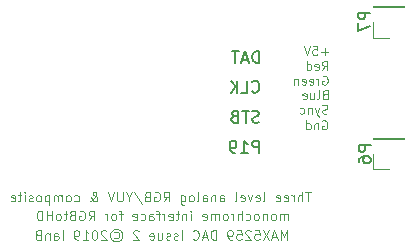
<source format=gbo>
G04 #@! TF.GenerationSoftware,KiCad,Pcbnew,(5.1.4)-1*
G04 #@! TF.CreationDate,2019-12-07T17:35:06+00:00*
G04 #@! TF.ProjectId,analog,616e616c-6f67-42e6-9b69-6361645f7063,rev?*
G04 #@! TF.SameCoordinates,Original*
G04 #@! TF.FileFunction,Legend,Bot*
G04 #@! TF.FilePolarity,Positive*
%FSLAX46Y46*%
G04 Gerber Fmt 4.6, Leading zero omitted, Abs format (unit mm)*
G04 Created by KiCad (PCBNEW (5.1.4)-1) date 2019-12-07 17:35:06*
%MOMM*%
%LPD*%
G04 APERTURE LIST*
%ADD10C,0.100000*%
%ADD11C,0.120000*%
%ADD12C,0.150000*%
G04 APERTURE END LIST*
D10*
X70909085Y-37681131D02*
X70337657Y-37681131D01*
X70623371Y-37966845D02*
X70623371Y-37395417D01*
X69623371Y-37216845D02*
X69980514Y-37216845D01*
X70016228Y-37573988D01*
X69980514Y-37538274D01*
X69909085Y-37502560D01*
X69730514Y-37502560D01*
X69659085Y-37538274D01*
X69623371Y-37573988D01*
X69587657Y-37645417D01*
X69587657Y-37823988D01*
X69623371Y-37895417D01*
X69659085Y-37931131D01*
X69730514Y-37966845D01*
X69909085Y-37966845D01*
X69980514Y-37931131D01*
X70016228Y-37895417D01*
X69373371Y-37216845D02*
X69123371Y-37966845D01*
X68873371Y-37216845D01*
D11*
X67530471Y-51946764D02*
X67530471Y-51413431D01*
X67530471Y-51489621D02*
X67492376Y-51451526D01*
X67416185Y-51413431D01*
X67301900Y-51413431D01*
X67225709Y-51451526D01*
X67187614Y-51527717D01*
X67187614Y-51946764D01*
X67187614Y-51527717D02*
X67149519Y-51451526D01*
X67073328Y-51413431D01*
X66959042Y-51413431D01*
X66882852Y-51451526D01*
X66844757Y-51527717D01*
X66844757Y-51946764D01*
X66349519Y-51946764D02*
X66425709Y-51908669D01*
X66463804Y-51870574D01*
X66501900Y-51794383D01*
X66501900Y-51565812D01*
X66463804Y-51489621D01*
X66425709Y-51451526D01*
X66349519Y-51413431D01*
X66235233Y-51413431D01*
X66159042Y-51451526D01*
X66120947Y-51489621D01*
X66082852Y-51565812D01*
X66082852Y-51794383D01*
X66120947Y-51870574D01*
X66159042Y-51908669D01*
X66235233Y-51946764D01*
X66349519Y-51946764D01*
X65739995Y-51413431D02*
X65739995Y-51946764D01*
X65739995Y-51489621D02*
X65701900Y-51451526D01*
X65625709Y-51413431D01*
X65511423Y-51413431D01*
X65435233Y-51451526D01*
X65397138Y-51527717D01*
X65397138Y-51946764D01*
X64901900Y-51946764D02*
X64978090Y-51908669D01*
X65016185Y-51870574D01*
X65054280Y-51794383D01*
X65054280Y-51565812D01*
X65016185Y-51489621D01*
X64978090Y-51451526D01*
X64901900Y-51413431D01*
X64787614Y-51413431D01*
X64711423Y-51451526D01*
X64673328Y-51489621D01*
X64635233Y-51565812D01*
X64635233Y-51794383D01*
X64673328Y-51870574D01*
X64711423Y-51908669D01*
X64787614Y-51946764D01*
X64901900Y-51946764D01*
X63949519Y-51908669D02*
X64025709Y-51946764D01*
X64178090Y-51946764D01*
X64254280Y-51908669D01*
X64292376Y-51870574D01*
X64330471Y-51794383D01*
X64330471Y-51565812D01*
X64292376Y-51489621D01*
X64254280Y-51451526D01*
X64178090Y-51413431D01*
X64025709Y-51413431D01*
X63949519Y-51451526D01*
X63606661Y-51946764D02*
X63606661Y-51146764D01*
X63263804Y-51946764D02*
X63263804Y-51527717D01*
X63301900Y-51451526D01*
X63378090Y-51413431D01*
X63492376Y-51413431D01*
X63568566Y-51451526D01*
X63606661Y-51489621D01*
X62882852Y-51946764D02*
X62882852Y-51413431D01*
X62882852Y-51565812D02*
X62844757Y-51489621D01*
X62806661Y-51451526D01*
X62730471Y-51413431D01*
X62654280Y-51413431D01*
X62273328Y-51946764D02*
X62349519Y-51908669D01*
X62387614Y-51870574D01*
X62425709Y-51794383D01*
X62425709Y-51565812D01*
X62387614Y-51489621D01*
X62349519Y-51451526D01*
X62273328Y-51413431D01*
X62159042Y-51413431D01*
X62082852Y-51451526D01*
X62044757Y-51489621D01*
X62006661Y-51565812D01*
X62006661Y-51794383D01*
X62044757Y-51870574D01*
X62082852Y-51908669D01*
X62159042Y-51946764D01*
X62273328Y-51946764D01*
X61663804Y-51946764D02*
X61663804Y-51413431D01*
X61663804Y-51489621D02*
X61625709Y-51451526D01*
X61549519Y-51413431D01*
X61435233Y-51413431D01*
X61359042Y-51451526D01*
X61320947Y-51527717D01*
X61320947Y-51946764D01*
X61320947Y-51527717D02*
X61282852Y-51451526D01*
X61206661Y-51413431D01*
X61092376Y-51413431D01*
X61016185Y-51451526D01*
X60978090Y-51527717D01*
X60978090Y-51946764D01*
X60292376Y-51908669D02*
X60368566Y-51946764D01*
X60520947Y-51946764D01*
X60597138Y-51908669D01*
X60635233Y-51832479D01*
X60635233Y-51527717D01*
X60597138Y-51451526D01*
X60520947Y-51413431D01*
X60368566Y-51413431D01*
X60292376Y-51451526D01*
X60254280Y-51527717D01*
X60254280Y-51603907D01*
X60635233Y-51680098D01*
X59301900Y-51946764D02*
X59301900Y-51413431D01*
X59301900Y-51146764D02*
X59339995Y-51184860D01*
X59301900Y-51222955D01*
X59263804Y-51184860D01*
X59301900Y-51146764D01*
X59301900Y-51222955D01*
X58920947Y-51413431D02*
X58920947Y-51946764D01*
X58920947Y-51489621D02*
X58882852Y-51451526D01*
X58806661Y-51413431D01*
X58692376Y-51413431D01*
X58616185Y-51451526D01*
X58578090Y-51527717D01*
X58578090Y-51946764D01*
X58311423Y-51413431D02*
X58006661Y-51413431D01*
X58197138Y-51146764D02*
X58197138Y-51832479D01*
X58159042Y-51908669D01*
X58082852Y-51946764D01*
X58006661Y-51946764D01*
X57435233Y-51908669D02*
X57511423Y-51946764D01*
X57663804Y-51946764D01*
X57739995Y-51908669D01*
X57778090Y-51832479D01*
X57778090Y-51527717D01*
X57739995Y-51451526D01*
X57663804Y-51413431D01*
X57511423Y-51413431D01*
X57435233Y-51451526D01*
X57397138Y-51527717D01*
X57397138Y-51603907D01*
X57778090Y-51680098D01*
X57054280Y-51946764D02*
X57054280Y-51413431D01*
X57054280Y-51565812D02*
X57016185Y-51489621D01*
X56978090Y-51451526D01*
X56901900Y-51413431D01*
X56825709Y-51413431D01*
X56673328Y-51413431D02*
X56368566Y-51413431D01*
X56559042Y-51946764D02*
X56559042Y-51261050D01*
X56520947Y-51184860D01*
X56444757Y-51146764D01*
X56368566Y-51146764D01*
X55759042Y-51946764D02*
X55759042Y-51527717D01*
X55797138Y-51451526D01*
X55873328Y-51413431D01*
X56025709Y-51413431D01*
X56101900Y-51451526D01*
X55759042Y-51908669D02*
X55835233Y-51946764D01*
X56025709Y-51946764D01*
X56101900Y-51908669D01*
X56139995Y-51832479D01*
X56139995Y-51756288D01*
X56101900Y-51680098D01*
X56025709Y-51642002D01*
X55835233Y-51642002D01*
X55759042Y-51603907D01*
X55035233Y-51908669D02*
X55111423Y-51946764D01*
X55263804Y-51946764D01*
X55339995Y-51908669D01*
X55378090Y-51870574D01*
X55416185Y-51794383D01*
X55416185Y-51565812D01*
X55378090Y-51489621D01*
X55339995Y-51451526D01*
X55263804Y-51413431D01*
X55111423Y-51413431D01*
X55035233Y-51451526D01*
X54387614Y-51908669D02*
X54463804Y-51946764D01*
X54616185Y-51946764D01*
X54692376Y-51908669D01*
X54730471Y-51832479D01*
X54730471Y-51527717D01*
X54692376Y-51451526D01*
X54616185Y-51413431D01*
X54463804Y-51413431D01*
X54387614Y-51451526D01*
X54349519Y-51527717D01*
X54349519Y-51603907D01*
X54730471Y-51680098D01*
X53511423Y-51413431D02*
X53206661Y-51413431D01*
X53397138Y-51946764D02*
X53397138Y-51261050D01*
X53359042Y-51184860D01*
X53282852Y-51146764D01*
X53206661Y-51146764D01*
X52825709Y-51946764D02*
X52901900Y-51908669D01*
X52939995Y-51870574D01*
X52978090Y-51794383D01*
X52978090Y-51565812D01*
X52939995Y-51489621D01*
X52901900Y-51451526D01*
X52825709Y-51413431D01*
X52711423Y-51413431D01*
X52635233Y-51451526D01*
X52597138Y-51489621D01*
X52559042Y-51565812D01*
X52559042Y-51794383D01*
X52597138Y-51870574D01*
X52635233Y-51908669D01*
X52711423Y-51946764D01*
X52825709Y-51946764D01*
X52216185Y-51946764D02*
X52216185Y-51413431D01*
X52216185Y-51565812D02*
X52178090Y-51489621D01*
X52139995Y-51451526D01*
X52063804Y-51413431D01*
X51987614Y-51413431D01*
X50654280Y-51946764D02*
X50920947Y-51565812D01*
X51111423Y-51946764D02*
X51111423Y-51146764D01*
X50806661Y-51146764D01*
X50730471Y-51184860D01*
X50692376Y-51222955D01*
X50654280Y-51299145D01*
X50654280Y-51413431D01*
X50692376Y-51489621D01*
X50730471Y-51527717D01*
X50806661Y-51565812D01*
X51111423Y-51565812D01*
X49892376Y-51184860D02*
X49968566Y-51146764D01*
X50082852Y-51146764D01*
X50197138Y-51184860D01*
X50273328Y-51261050D01*
X50311423Y-51337240D01*
X50349519Y-51489621D01*
X50349519Y-51603907D01*
X50311423Y-51756288D01*
X50273328Y-51832479D01*
X50197138Y-51908669D01*
X50082852Y-51946764D01*
X50006661Y-51946764D01*
X49892376Y-51908669D01*
X49854280Y-51870574D01*
X49854280Y-51603907D01*
X50006661Y-51603907D01*
X49244757Y-51527717D02*
X49130471Y-51565812D01*
X49092376Y-51603907D01*
X49054280Y-51680098D01*
X49054280Y-51794383D01*
X49092376Y-51870574D01*
X49130471Y-51908669D01*
X49206661Y-51946764D01*
X49511423Y-51946764D01*
X49511423Y-51146764D01*
X49244757Y-51146764D01*
X49168566Y-51184860D01*
X49130471Y-51222955D01*
X49092376Y-51299145D01*
X49092376Y-51375336D01*
X49130471Y-51451526D01*
X49168566Y-51489621D01*
X49244757Y-51527717D01*
X49511423Y-51527717D01*
X48825709Y-51413431D02*
X48520947Y-51413431D01*
X48711423Y-51146764D02*
X48711423Y-51832479D01*
X48673328Y-51908669D01*
X48597138Y-51946764D01*
X48520947Y-51946764D01*
X48139995Y-51946764D02*
X48216185Y-51908669D01*
X48254280Y-51870574D01*
X48292376Y-51794383D01*
X48292376Y-51565812D01*
X48254280Y-51489621D01*
X48216185Y-51451526D01*
X48139995Y-51413431D01*
X48025709Y-51413431D01*
X47949519Y-51451526D01*
X47911423Y-51489621D01*
X47873328Y-51565812D01*
X47873328Y-51794383D01*
X47911423Y-51870574D01*
X47949519Y-51908669D01*
X48025709Y-51946764D01*
X48139995Y-51946764D01*
X47530471Y-51946764D02*
X47530471Y-51146764D01*
X47530471Y-51527717D02*
X47073328Y-51527717D01*
X47073328Y-51946764D02*
X47073328Y-51146764D01*
X46692376Y-51946764D02*
X46692376Y-51146764D01*
X46501900Y-51146764D01*
X46387614Y-51184860D01*
X46311423Y-51261050D01*
X46273328Y-51337240D01*
X46235233Y-51489621D01*
X46235233Y-51603907D01*
X46273328Y-51756288D01*
X46311423Y-51832479D01*
X46387614Y-51908669D01*
X46501900Y-51946764D01*
X46692376Y-51946764D01*
X69441557Y-49571964D02*
X68984414Y-49571964D01*
X69212985Y-50371964D02*
X69212985Y-49571964D01*
X68717747Y-50371964D02*
X68717747Y-49571964D01*
X68374890Y-50371964D02*
X68374890Y-49952917D01*
X68412985Y-49876726D01*
X68489176Y-49838631D01*
X68603461Y-49838631D01*
X68679652Y-49876726D01*
X68717747Y-49914821D01*
X67993938Y-50371964D02*
X67993938Y-49838631D01*
X67993938Y-49991012D02*
X67955842Y-49914821D01*
X67917747Y-49876726D01*
X67841557Y-49838631D01*
X67765366Y-49838631D01*
X67193938Y-50333869D02*
X67270128Y-50371964D01*
X67422509Y-50371964D01*
X67498700Y-50333869D01*
X67536795Y-50257679D01*
X67536795Y-49952917D01*
X67498700Y-49876726D01*
X67422509Y-49838631D01*
X67270128Y-49838631D01*
X67193938Y-49876726D01*
X67155842Y-49952917D01*
X67155842Y-50029107D01*
X67536795Y-50105298D01*
X66508223Y-50333869D02*
X66584414Y-50371964D01*
X66736795Y-50371964D01*
X66812985Y-50333869D01*
X66851080Y-50257679D01*
X66851080Y-49952917D01*
X66812985Y-49876726D01*
X66736795Y-49838631D01*
X66584414Y-49838631D01*
X66508223Y-49876726D01*
X66470128Y-49952917D01*
X66470128Y-50029107D01*
X66851080Y-50105298D01*
X65403461Y-50371964D02*
X65479652Y-50333869D01*
X65517747Y-50257679D01*
X65517747Y-49571964D01*
X64793938Y-50333869D02*
X64870128Y-50371964D01*
X65022509Y-50371964D01*
X65098700Y-50333869D01*
X65136795Y-50257679D01*
X65136795Y-49952917D01*
X65098700Y-49876726D01*
X65022509Y-49838631D01*
X64870128Y-49838631D01*
X64793938Y-49876726D01*
X64755842Y-49952917D01*
X64755842Y-50029107D01*
X65136795Y-50105298D01*
X64489176Y-49838631D02*
X64298700Y-50371964D01*
X64108223Y-49838631D01*
X63498700Y-50333869D02*
X63574890Y-50371964D01*
X63727271Y-50371964D01*
X63803461Y-50333869D01*
X63841557Y-50257679D01*
X63841557Y-49952917D01*
X63803461Y-49876726D01*
X63727271Y-49838631D01*
X63574890Y-49838631D01*
X63498700Y-49876726D01*
X63460604Y-49952917D01*
X63460604Y-50029107D01*
X63841557Y-50105298D01*
X63003461Y-50371964D02*
X63079652Y-50333869D01*
X63117747Y-50257679D01*
X63117747Y-49571964D01*
X61746319Y-50371964D02*
X61746319Y-49952917D01*
X61784414Y-49876726D01*
X61860604Y-49838631D01*
X62012985Y-49838631D01*
X62089176Y-49876726D01*
X61746319Y-50333869D02*
X61822509Y-50371964D01*
X62012985Y-50371964D01*
X62089176Y-50333869D01*
X62127271Y-50257679D01*
X62127271Y-50181488D01*
X62089176Y-50105298D01*
X62012985Y-50067202D01*
X61822509Y-50067202D01*
X61746319Y-50029107D01*
X61365366Y-49838631D02*
X61365366Y-50371964D01*
X61365366Y-49914821D02*
X61327271Y-49876726D01*
X61251080Y-49838631D01*
X61136795Y-49838631D01*
X61060604Y-49876726D01*
X61022509Y-49952917D01*
X61022509Y-50371964D01*
X60298700Y-50371964D02*
X60298700Y-49952917D01*
X60336795Y-49876726D01*
X60412985Y-49838631D01*
X60565366Y-49838631D01*
X60641557Y-49876726D01*
X60298700Y-50333869D02*
X60374890Y-50371964D01*
X60565366Y-50371964D01*
X60641557Y-50333869D01*
X60679652Y-50257679D01*
X60679652Y-50181488D01*
X60641557Y-50105298D01*
X60565366Y-50067202D01*
X60374890Y-50067202D01*
X60298700Y-50029107D01*
X59803461Y-50371964D02*
X59879652Y-50333869D01*
X59917747Y-50257679D01*
X59917747Y-49571964D01*
X59384414Y-50371964D02*
X59460604Y-50333869D01*
X59498700Y-50295774D01*
X59536795Y-50219583D01*
X59536795Y-49991012D01*
X59498700Y-49914821D01*
X59460604Y-49876726D01*
X59384414Y-49838631D01*
X59270128Y-49838631D01*
X59193938Y-49876726D01*
X59155842Y-49914821D01*
X59117747Y-49991012D01*
X59117747Y-50219583D01*
X59155842Y-50295774D01*
X59193938Y-50333869D01*
X59270128Y-50371964D01*
X59384414Y-50371964D01*
X58432033Y-49838631D02*
X58432033Y-50486250D01*
X58470128Y-50562440D01*
X58508223Y-50600536D01*
X58584414Y-50638631D01*
X58698700Y-50638631D01*
X58774890Y-50600536D01*
X58432033Y-50333869D02*
X58508223Y-50371964D01*
X58660604Y-50371964D01*
X58736795Y-50333869D01*
X58774890Y-50295774D01*
X58812985Y-50219583D01*
X58812985Y-49991012D01*
X58774890Y-49914821D01*
X58736795Y-49876726D01*
X58660604Y-49838631D01*
X58508223Y-49838631D01*
X58432033Y-49876726D01*
X56984414Y-50371964D02*
X57251080Y-49991012D01*
X57441557Y-50371964D02*
X57441557Y-49571964D01*
X57136795Y-49571964D01*
X57060604Y-49610060D01*
X57022509Y-49648155D01*
X56984414Y-49724345D01*
X56984414Y-49838631D01*
X57022509Y-49914821D01*
X57060604Y-49952917D01*
X57136795Y-49991012D01*
X57441557Y-49991012D01*
X56222509Y-49610060D02*
X56298700Y-49571964D01*
X56412985Y-49571964D01*
X56527271Y-49610060D01*
X56603461Y-49686250D01*
X56641557Y-49762440D01*
X56679652Y-49914821D01*
X56679652Y-50029107D01*
X56641557Y-50181488D01*
X56603461Y-50257679D01*
X56527271Y-50333869D01*
X56412985Y-50371964D01*
X56336795Y-50371964D01*
X56222509Y-50333869D01*
X56184414Y-50295774D01*
X56184414Y-50029107D01*
X56336795Y-50029107D01*
X55574890Y-49952917D02*
X55460604Y-49991012D01*
X55422509Y-50029107D01*
X55384414Y-50105298D01*
X55384414Y-50219583D01*
X55422509Y-50295774D01*
X55460604Y-50333869D01*
X55536795Y-50371964D01*
X55841557Y-50371964D01*
X55841557Y-49571964D01*
X55574890Y-49571964D01*
X55498700Y-49610060D01*
X55460604Y-49648155D01*
X55422509Y-49724345D01*
X55422509Y-49800536D01*
X55460604Y-49876726D01*
X55498700Y-49914821D01*
X55574890Y-49952917D01*
X55841557Y-49952917D01*
X54470128Y-49533869D02*
X55155842Y-50562440D01*
X54051080Y-49991012D02*
X54051080Y-50371964D01*
X54317747Y-49571964D02*
X54051080Y-49991012D01*
X53784414Y-49571964D01*
X53517747Y-49571964D02*
X53517747Y-50219583D01*
X53479652Y-50295774D01*
X53441557Y-50333869D01*
X53365366Y-50371964D01*
X53212985Y-50371964D01*
X53136795Y-50333869D01*
X53098700Y-50295774D01*
X53060604Y-50219583D01*
X53060604Y-49571964D01*
X52793938Y-49571964D02*
X52527271Y-50371964D01*
X52260604Y-49571964D01*
X50736795Y-50371964D02*
X50774890Y-50371964D01*
X50851080Y-50333869D01*
X50965366Y-50219583D01*
X51155842Y-49991012D01*
X51232033Y-49876726D01*
X51270128Y-49762440D01*
X51270128Y-49686250D01*
X51232033Y-49610060D01*
X51155842Y-49571964D01*
X51117747Y-49571964D01*
X51041557Y-49610060D01*
X51003461Y-49686250D01*
X51003461Y-49724345D01*
X51041557Y-49800536D01*
X51079652Y-49838631D01*
X51308223Y-49991012D01*
X51346319Y-50029107D01*
X51384414Y-50105298D01*
X51384414Y-50219583D01*
X51346319Y-50295774D01*
X51308223Y-50333869D01*
X51232033Y-50371964D01*
X51117747Y-50371964D01*
X51041557Y-50333869D01*
X51003461Y-50295774D01*
X50889176Y-50143393D01*
X50851080Y-50029107D01*
X50851080Y-49952917D01*
X49441557Y-50333869D02*
X49517747Y-50371964D01*
X49670128Y-50371964D01*
X49746319Y-50333869D01*
X49784414Y-50295774D01*
X49822509Y-50219583D01*
X49822509Y-49991012D01*
X49784414Y-49914821D01*
X49746319Y-49876726D01*
X49670128Y-49838631D01*
X49517747Y-49838631D01*
X49441557Y-49876726D01*
X48984414Y-50371964D02*
X49060604Y-50333869D01*
X49098700Y-50295774D01*
X49136795Y-50219583D01*
X49136795Y-49991012D01*
X49098700Y-49914821D01*
X49060604Y-49876726D01*
X48984414Y-49838631D01*
X48870128Y-49838631D01*
X48793938Y-49876726D01*
X48755842Y-49914821D01*
X48717747Y-49991012D01*
X48717747Y-50219583D01*
X48755842Y-50295774D01*
X48793938Y-50333869D01*
X48870128Y-50371964D01*
X48984414Y-50371964D01*
X48374890Y-50371964D02*
X48374890Y-49838631D01*
X48374890Y-49914821D02*
X48336795Y-49876726D01*
X48260604Y-49838631D01*
X48146319Y-49838631D01*
X48070128Y-49876726D01*
X48032033Y-49952917D01*
X48032033Y-50371964D01*
X48032033Y-49952917D02*
X47993938Y-49876726D01*
X47917747Y-49838631D01*
X47803461Y-49838631D01*
X47727271Y-49876726D01*
X47689176Y-49952917D01*
X47689176Y-50371964D01*
X47308223Y-49838631D02*
X47308223Y-50638631D01*
X47308223Y-49876726D02*
X47232033Y-49838631D01*
X47079652Y-49838631D01*
X47003461Y-49876726D01*
X46965366Y-49914821D01*
X46927271Y-49991012D01*
X46927271Y-50219583D01*
X46965366Y-50295774D01*
X47003461Y-50333869D01*
X47079652Y-50371964D01*
X47232033Y-50371964D01*
X47308223Y-50333869D01*
X46470128Y-50371964D02*
X46546319Y-50333869D01*
X46584414Y-50295774D01*
X46622509Y-50219583D01*
X46622509Y-49991012D01*
X46584414Y-49914821D01*
X46546319Y-49876726D01*
X46470128Y-49838631D01*
X46355842Y-49838631D01*
X46279652Y-49876726D01*
X46241557Y-49914821D01*
X46203461Y-49991012D01*
X46203461Y-50219583D01*
X46241557Y-50295774D01*
X46279652Y-50333869D01*
X46355842Y-50371964D01*
X46470128Y-50371964D01*
X45898700Y-50333869D02*
X45822509Y-50371964D01*
X45670128Y-50371964D01*
X45593938Y-50333869D01*
X45555842Y-50257679D01*
X45555842Y-50219583D01*
X45593938Y-50143393D01*
X45670128Y-50105298D01*
X45784414Y-50105298D01*
X45860604Y-50067202D01*
X45898700Y-49991012D01*
X45898700Y-49952917D01*
X45860604Y-49876726D01*
X45784414Y-49838631D01*
X45670128Y-49838631D01*
X45593938Y-49876726D01*
X45212985Y-50371964D02*
X45212985Y-49838631D01*
X45212985Y-49571964D02*
X45251080Y-49610060D01*
X45212985Y-49648155D01*
X45174890Y-49610060D01*
X45212985Y-49571964D01*
X45212985Y-49648155D01*
X44946319Y-49838631D02*
X44641557Y-49838631D01*
X44832033Y-49571964D02*
X44832033Y-50257679D01*
X44793938Y-50333869D01*
X44717747Y-50371964D01*
X44641557Y-50371964D01*
X44070128Y-50333869D02*
X44146319Y-50371964D01*
X44298700Y-50371964D01*
X44374890Y-50333869D01*
X44412985Y-50257679D01*
X44412985Y-49952917D01*
X44374890Y-49876726D01*
X44298700Y-49838631D01*
X44146319Y-49838631D01*
X44070128Y-49876726D01*
X44032033Y-49952917D01*
X44032033Y-50029107D01*
X44412985Y-50105298D01*
D12*
X65063085Y-46233340D02*
X65063085Y-45233340D01*
X64682133Y-45233340D01*
X64586895Y-45280960D01*
X64539276Y-45328579D01*
X64491657Y-45423817D01*
X64491657Y-45566674D01*
X64539276Y-45661912D01*
X64586895Y-45709531D01*
X64682133Y-45757150D01*
X65063085Y-45757150D01*
X63539276Y-46233340D02*
X64110704Y-46233340D01*
X63824990Y-46233340D02*
X63824990Y-45233340D01*
X63920228Y-45376198D01*
X64015466Y-45471436D01*
X64110704Y-45519055D01*
X63063085Y-46233340D02*
X62872609Y-46233340D01*
X62777371Y-46185721D01*
X62729752Y-46138102D01*
X62634514Y-45995245D01*
X62586895Y-45804769D01*
X62586895Y-45423817D01*
X62634514Y-45328579D01*
X62682133Y-45280960D01*
X62777371Y-45233340D01*
X62967847Y-45233340D01*
X63063085Y-45280960D01*
X63110704Y-45328579D01*
X63158323Y-45423817D01*
X63158323Y-45661912D01*
X63110704Y-45757150D01*
X63063085Y-45804769D01*
X62967847Y-45852388D01*
X62777371Y-45852388D01*
X62682133Y-45804769D01*
X62634514Y-45757150D01*
X62586895Y-45661912D01*
D11*
X67441571Y-53597764D02*
X67441571Y-52797764D01*
X67174904Y-53369193D01*
X66908238Y-52797764D01*
X66908238Y-53597764D01*
X66565380Y-53369193D02*
X66184428Y-53369193D01*
X66641571Y-53597764D02*
X66374904Y-52797764D01*
X66108238Y-53597764D01*
X65917761Y-52797764D02*
X65384428Y-53597764D01*
X65384428Y-52797764D02*
X65917761Y-53597764D01*
X64698714Y-52797764D02*
X65079666Y-52797764D01*
X65117761Y-53178717D01*
X65079666Y-53140621D01*
X65003476Y-53102526D01*
X64813000Y-53102526D01*
X64736809Y-53140621D01*
X64698714Y-53178717D01*
X64660619Y-53254907D01*
X64660619Y-53445383D01*
X64698714Y-53521574D01*
X64736809Y-53559669D01*
X64813000Y-53597764D01*
X65003476Y-53597764D01*
X65079666Y-53559669D01*
X65117761Y-53521574D01*
X64355857Y-52873955D02*
X64317761Y-52835860D01*
X64241571Y-52797764D01*
X64051095Y-52797764D01*
X63974904Y-52835860D01*
X63936809Y-52873955D01*
X63898714Y-52950145D01*
X63898714Y-53026336D01*
X63936809Y-53140621D01*
X64393952Y-53597764D01*
X63898714Y-53597764D01*
X63174904Y-52797764D02*
X63555857Y-52797764D01*
X63593952Y-53178717D01*
X63555857Y-53140621D01*
X63479666Y-53102526D01*
X63289190Y-53102526D01*
X63213000Y-53140621D01*
X63174904Y-53178717D01*
X63136809Y-53254907D01*
X63136809Y-53445383D01*
X63174904Y-53521574D01*
X63213000Y-53559669D01*
X63289190Y-53597764D01*
X63479666Y-53597764D01*
X63555857Y-53559669D01*
X63593952Y-53521574D01*
X62755857Y-53597764D02*
X62603476Y-53597764D01*
X62527285Y-53559669D01*
X62489190Y-53521574D01*
X62413000Y-53407288D01*
X62374904Y-53254907D01*
X62374904Y-52950145D01*
X62413000Y-52873955D01*
X62451095Y-52835860D01*
X62527285Y-52797764D01*
X62679666Y-52797764D01*
X62755857Y-52835860D01*
X62793952Y-52873955D01*
X62832047Y-52950145D01*
X62832047Y-53140621D01*
X62793952Y-53216812D01*
X62755857Y-53254907D01*
X62679666Y-53293002D01*
X62527285Y-53293002D01*
X62451095Y-53254907D01*
X62413000Y-53216812D01*
X62374904Y-53140621D01*
X61422523Y-53597764D02*
X61422523Y-52797764D01*
X61232047Y-52797764D01*
X61117761Y-52835860D01*
X61041571Y-52912050D01*
X61003476Y-52988240D01*
X60965380Y-53140621D01*
X60965380Y-53254907D01*
X61003476Y-53407288D01*
X61041571Y-53483479D01*
X61117761Y-53559669D01*
X61232047Y-53597764D01*
X61422523Y-53597764D01*
X60660619Y-53369193D02*
X60279666Y-53369193D01*
X60736809Y-53597764D02*
X60470142Y-52797764D01*
X60203476Y-53597764D01*
X59479666Y-53521574D02*
X59517761Y-53559669D01*
X59632047Y-53597764D01*
X59708238Y-53597764D01*
X59822523Y-53559669D01*
X59898714Y-53483479D01*
X59936809Y-53407288D01*
X59974904Y-53254907D01*
X59974904Y-53140621D01*
X59936809Y-52988240D01*
X59898714Y-52912050D01*
X59822523Y-52835860D01*
X59708238Y-52797764D01*
X59632047Y-52797764D01*
X59517761Y-52835860D01*
X59479666Y-52873955D01*
X58527285Y-53597764D02*
X58527285Y-52797764D01*
X58184428Y-53559669D02*
X58108238Y-53597764D01*
X57955857Y-53597764D01*
X57879666Y-53559669D01*
X57841571Y-53483479D01*
X57841571Y-53445383D01*
X57879666Y-53369193D01*
X57955857Y-53331098D01*
X58070142Y-53331098D01*
X58146333Y-53293002D01*
X58184428Y-53216812D01*
X58184428Y-53178717D01*
X58146333Y-53102526D01*
X58070142Y-53064431D01*
X57955857Y-53064431D01*
X57879666Y-53102526D01*
X57536809Y-53559669D02*
X57460619Y-53597764D01*
X57308238Y-53597764D01*
X57232047Y-53559669D01*
X57193952Y-53483479D01*
X57193952Y-53445383D01*
X57232047Y-53369193D01*
X57308238Y-53331098D01*
X57422523Y-53331098D01*
X57498714Y-53293002D01*
X57536809Y-53216812D01*
X57536809Y-53178717D01*
X57498714Y-53102526D01*
X57422523Y-53064431D01*
X57308238Y-53064431D01*
X57232047Y-53102526D01*
X56508238Y-53064431D02*
X56508238Y-53597764D01*
X56851095Y-53064431D02*
X56851095Y-53483479D01*
X56813000Y-53559669D01*
X56736809Y-53597764D01*
X56622523Y-53597764D01*
X56546333Y-53559669D01*
X56508238Y-53521574D01*
X55822523Y-53559669D02*
X55898714Y-53597764D01*
X56051095Y-53597764D01*
X56127285Y-53559669D01*
X56165380Y-53483479D01*
X56165380Y-53178717D01*
X56127285Y-53102526D01*
X56051095Y-53064431D01*
X55898714Y-53064431D01*
X55822523Y-53102526D01*
X55784428Y-53178717D01*
X55784428Y-53254907D01*
X56165380Y-53331098D01*
X54870142Y-52873955D02*
X54832047Y-52835860D01*
X54755857Y-52797764D01*
X54565380Y-52797764D01*
X54489190Y-52835860D01*
X54451095Y-52873955D01*
X54413000Y-52950145D01*
X54413000Y-53026336D01*
X54451095Y-53140621D01*
X54908238Y-53597764D01*
X54413000Y-53597764D01*
X52813000Y-52988240D02*
X52889190Y-52950145D01*
X53041571Y-52950145D01*
X53117761Y-52988240D01*
X53193952Y-53064431D01*
X53232047Y-53140621D01*
X53232047Y-53293002D01*
X53193952Y-53369193D01*
X53117761Y-53445383D01*
X53041571Y-53483479D01*
X52889190Y-53483479D01*
X52813000Y-53445383D01*
X52965380Y-52683479D02*
X53155857Y-52721574D01*
X53346333Y-52835860D01*
X53460619Y-53026336D01*
X53498714Y-53216812D01*
X53460619Y-53407288D01*
X53346333Y-53597764D01*
X53155857Y-53712050D01*
X52965380Y-53750145D01*
X52774904Y-53712050D01*
X52584428Y-53597764D01*
X52470142Y-53407288D01*
X52432047Y-53216812D01*
X52470142Y-53026336D01*
X52584428Y-52835860D01*
X52774904Y-52721574D01*
X52965380Y-52683479D01*
X52127285Y-52873955D02*
X52089190Y-52835860D01*
X52013000Y-52797764D01*
X51822523Y-52797764D01*
X51746333Y-52835860D01*
X51708238Y-52873955D01*
X51670142Y-52950145D01*
X51670142Y-53026336D01*
X51708238Y-53140621D01*
X52165380Y-53597764D01*
X51670142Y-53597764D01*
X51174904Y-52797764D02*
X51098714Y-52797764D01*
X51022523Y-52835860D01*
X50984428Y-52873955D01*
X50946333Y-52950145D01*
X50908238Y-53102526D01*
X50908238Y-53293002D01*
X50946333Y-53445383D01*
X50984428Y-53521574D01*
X51022523Y-53559669D01*
X51098714Y-53597764D01*
X51174904Y-53597764D01*
X51251095Y-53559669D01*
X51289190Y-53521574D01*
X51327285Y-53445383D01*
X51365380Y-53293002D01*
X51365380Y-53102526D01*
X51327285Y-52950145D01*
X51289190Y-52873955D01*
X51251095Y-52835860D01*
X51174904Y-52797764D01*
X50146333Y-53597764D02*
X50603476Y-53597764D01*
X50374904Y-53597764D02*
X50374904Y-52797764D01*
X50451095Y-52912050D01*
X50527285Y-52988240D01*
X50603476Y-53026336D01*
X49765380Y-53597764D02*
X49613000Y-53597764D01*
X49536809Y-53559669D01*
X49498714Y-53521574D01*
X49422523Y-53407288D01*
X49384428Y-53254907D01*
X49384428Y-52950145D01*
X49422523Y-52873955D01*
X49460619Y-52835860D01*
X49536809Y-52797764D01*
X49689190Y-52797764D01*
X49765380Y-52835860D01*
X49803476Y-52873955D01*
X49841571Y-52950145D01*
X49841571Y-53140621D01*
X49803476Y-53216812D01*
X49765380Y-53254907D01*
X49689190Y-53293002D01*
X49536809Y-53293002D01*
X49460619Y-53254907D01*
X49422523Y-53216812D01*
X49384428Y-53140621D01*
X48432047Y-53597764D02*
X48432047Y-52797764D01*
X47708238Y-53597764D02*
X47708238Y-53178717D01*
X47746333Y-53102526D01*
X47822523Y-53064431D01*
X47974904Y-53064431D01*
X48051095Y-53102526D01*
X47708238Y-53559669D02*
X47784428Y-53597764D01*
X47974904Y-53597764D01*
X48051095Y-53559669D01*
X48089190Y-53483479D01*
X48089190Y-53407288D01*
X48051095Y-53331098D01*
X47974904Y-53293002D01*
X47784428Y-53293002D01*
X47708238Y-53254907D01*
X47327285Y-53064431D02*
X47327285Y-53597764D01*
X47327285Y-53140621D02*
X47289190Y-53102526D01*
X47213000Y-53064431D01*
X47098714Y-53064431D01*
X47022523Y-53102526D01*
X46984428Y-53178717D01*
X46984428Y-53597764D01*
X46336809Y-53178717D02*
X46222523Y-53216812D01*
X46184428Y-53254907D01*
X46146333Y-53331098D01*
X46146333Y-53445383D01*
X46184428Y-53521574D01*
X46222523Y-53559669D01*
X46298714Y-53597764D01*
X46603476Y-53597764D01*
X46603476Y-52797764D01*
X46336809Y-52797764D01*
X46260619Y-52835860D01*
X46222523Y-52873955D01*
X46184428Y-52950145D01*
X46184428Y-53026336D01*
X46222523Y-53102526D01*
X46260619Y-53140621D01*
X46336809Y-53178717D01*
X46603476Y-53178717D01*
D10*
X70426942Y-43551760D02*
X70498371Y-43516045D01*
X70605514Y-43516045D01*
X70712657Y-43551760D01*
X70784085Y-43623188D01*
X70819800Y-43694617D01*
X70855514Y-43837474D01*
X70855514Y-43944617D01*
X70819800Y-44087474D01*
X70784085Y-44158902D01*
X70712657Y-44230331D01*
X70605514Y-44266045D01*
X70534085Y-44266045D01*
X70426942Y-44230331D01*
X70391228Y-44194617D01*
X70391228Y-43944617D01*
X70534085Y-43944617D01*
X70069800Y-43766045D02*
X70069800Y-44266045D01*
X70069800Y-43837474D02*
X70034085Y-43801760D01*
X69962657Y-43766045D01*
X69855514Y-43766045D01*
X69784085Y-43801760D01*
X69748371Y-43873188D01*
X69748371Y-44266045D01*
X69069800Y-44266045D02*
X69069800Y-43516045D01*
X69069800Y-44230331D02*
X69141228Y-44266045D01*
X69284085Y-44266045D01*
X69355514Y-44230331D01*
X69391228Y-44194617D01*
X69426942Y-44123188D01*
X69426942Y-43908902D01*
X69391228Y-43837474D01*
X69355514Y-43801760D01*
X69284085Y-43766045D01*
X69141228Y-43766045D01*
X69069800Y-43801760D01*
X70851514Y-42909531D02*
X70744371Y-42945245D01*
X70565800Y-42945245D01*
X70494371Y-42909531D01*
X70458657Y-42873817D01*
X70422942Y-42802388D01*
X70422942Y-42730960D01*
X70458657Y-42659531D01*
X70494371Y-42623817D01*
X70565800Y-42588102D01*
X70708657Y-42552388D01*
X70780085Y-42516674D01*
X70815800Y-42480960D01*
X70851514Y-42409531D01*
X70851514Y-42338102D01*
X70815800Y-42266674D01*
X70780085Y-42230960D01*
X70708657Y-42195245D01*
X70530085Y-42195245D01*
X70422942Y-42230960D01*
X70172942Y-42445245D02*
X69994371Y-42945245D01*
X69815800Y-42445245D02*
X69994371Y-42945245D01*
X70065800Y-43123817D01*
X70101514Y-43159531D01*
X70172942Y-43195245D01*
X69530085Y-42445245D02*
X69530085Y-42945245D01*
X69530085Y-42516674D02*
X69494371Y-42480960D01*
X69422942Y-42445245D01*
X69315800Y-42445245D01*
X69244371Y-42480960D01*
X69208657Y-42552388D01*
X69208657Y-42945245D01*
X68530085Y-42909531D02*
X68601514Y-42945245D01*
X68744371Y-42945245D01*
X68815800Y-42909531D01*
X68851514Y-42873817D01*
X68887228Y-42802388D01*
X68887228Y-42588102D01*
X68851514Y-42516674D01*
X68815800Y-42480960D01*
X68744371Y-42445245D01*
X68601514Y-42445245D01*
X68530085Y-42480960D01*
X70398771Y-39236845D02*
X70648771Y-38879702D01*
X70827342Y-39236845D02*
X70827342Y-38486845D01*
X70541628Y-38486845D01*
X70470200Y-38522560D01*
X70434485Y-38558274D01*
X70398771Y-38629702D01*
X70398771Y-38736845D01*
X70434485Y-38808274D01*
X70470200Y-38843988D01*
X70541628Y-38879702D01*
X70827342Y-38879702D01*
X69791628Y-39201131D02*
X69863057Y-39236845D01*
X70005914Y-39236845D01*
X70077342Y-39201131D01*
X70113057Y-39129702D01*
X70113057Y-38843988D01*
X70077342Y-38772560D01*
X70005914Y-38736845D01*
X69863057Y-38736845D01*
X69791628Y-38772560D01*
X69755914Y-38843988D01*
X69755914Y-38915417D01*
X70113057Y-38986845D01*
X69113057Y-39236845D02*
X69113057Y-38486845D01*
X69113057Y-39201131D02*
X69184485Y-39236845D01*
X69327342Y-39236845D01*
X69398771Y-39201131D01*
X69434485Y-39165417D01*
X69470200Y-39093988D01*
X69470200Y-38879702D01*
X69434485Y-38808274D01*
X69398771Y-38772560D01*
X69327342Y-38736845D01*
X69184485Y-38736845D01*
X69113057Y-38772560D01*
X70454657Y-39767160D02*
X70526085Y-39731445D01*
X70633228Y-39731445D01*
X70740371Y-39767160D01*
X70811800Y-39838588D01*
X70847514Y-39910017D01*
X70883228Y-40052874D01*
X70883228Y-40160017D01*
X70847514Y-40302874D01*
X70811800Y-40374302D01*
X70740371Y-40445731D01*
X70633228Y-40481445D01*
X70561800Y-40481445D01*
X70454657Y-40445731D01*
X70418942Y-40410017D01*
X70418942Y-40160017D01*
X70561800Y-40160017D01*
X70097514Y-40481445D02*
X70097514Y-39981445D01*
X70097514Y-40124302D02*
X70061800Y-40052874D01*
X70026085Y-40017160D01*
X69954657Y-39981445D01*
X69883228Y-39981445D01*
X69347514Y-40445731D02*
X69418942Y-40481445D01*
X69561800Y-40481445D01*
X69633228Y-40445731D01*
X69668942Y-40374302D01*
X69668942Y-40088588D01*
X69633228Y-40017160D01*
X69561800Y-39981445D01*
X69418942Y-39981445D01*
X69347514Y-40017160D01*
X69311800Y-40088588D01*
X69311800Y-40160017D01*
X69668942Y-40231445D01*
X68704657Y-40445731D02*
X68776085Y-40481445D01*
X68918942Y-40481445D01*
X68990371Y-40445731D01*
X69026085Y-40374302D01*
X69026085Y-40088588D01*
X68990371Y-40017160D01*
X68918942Y-39981445D01*
X68776085Y-39981445D01*
X68704657Y-40017160D01*
X68668942Y-40088588D01*
X68668942Y-40160017D01*
X69026085Y-40231445D01*
X68347514Y-39981445D02*
X68347514Y-40481445D01*
X68347514Y-40052874D02*
X68311800Y-40017160D01*
X68240371Y-39981445D01*
X68133228Y-39981445D01*
X68061800Y-40017160D01*
X68026085Y-40088588D01*
X68026085Y-40481445D01*
X70621371Y-41307788D02*
X70514228Y-41343502D01*
X70478514Y-41379217D01*
X70442800Y-41450645D01*
X70442800Y-41557788D01*
X70478514Y-41629217D01*
X70514228Y-41664931D01*
X70585657Y-41700645D01*
X70871371Y-41700645D01*
X70871371Y-40950645D01*
X70621371Y-40950645D01*
X70549942Y-40986360D01*
X70514228Y-41022074D01*
X70478514Y-41093502D01*
X70478514Y-41164931D01*
X70514228Y-41236360D01*
X70549942Y-41272074D01*
X70621371Y-41307788D01*
X70871371Y-41307788D01*
X70014228Y-41700645D02*
X70085657Y-41664931D01*
X70121371Y-41593502D01*
X70121371Y-40950645D01*
X69407085Y-41200645D02*
X69407085Y-41700645D01*
X69728514Y-41200645D02*
X69728514Y-41593502D01*
X69692800Y-41664931D01*
X69621371Y-41700645D01*
X69514228Y-41700645D01*
X69442800Y-41664931D01*
X69407085Y-41629217D01*
X68764228Y-41664931D02*
X68835657Y-41700645D01*
X68978514Y-41700645D01*
X69049942Y-41664931D01*
X69085657Y-41593502D01*
X69085657Y-41307788D01*
X69049942Y-41236360D01*
X68978514Y-41200645D01*
X68835657Y-41200645D01*
X68764228Y-41236360D01*
X68728514Y-41307788D01*
X68728514Y-41379217D01*
X69085657Y-41450645D01*
D12*
X65066266Y-43645721D02*
X64923409Y-43693340D01*
X64685314Y-43693340D01*
X64590076Y-43645721D01*
X64542457Y-43598102D01*
X64494838Y-43502864D01*
X64494838Y-43407626D01*
X64542457Y-43312388D01*
X64590076Y-43264769D01*
X64685314Y-43217150D01*
X64875790Y-43169531D01*
X64971028Y-43121912D01*
X65018647Y-43074293D01*
X65066266Y-42979055D01*
X65066266Y-42883817D01*
X65018647Y-42788579D01*
X64971028Y-42740960D01*
X64875790Y-42693340D01*
X64637695Y-42693340D01*
X64494838Y-42740960D01*
X64209123Y-42693340D02*
X63637695Y-42693340D01*
X63923409Y-43693340D02*
X63923409Y-42693340D01*
X62971028Y-43169531D02*
X62828171Y-43217150D01*
X62780552Y-43264769D01*
X62732933Y-43360007D01*
X62732933Y-43502864D01*
X62780552Y-43598102D01*
X62828171Y-43645721D01*
X62923409Y-43693340D01*
X63304361Y-43693340D01*
X63304361Y-42693340D01*
X62971028Y-42693340D01*
X62875790Y-42740960D01*
X62828171Y-42788579D01*
X62780552Y-42883817D01*
X62780552Y-42979055D01*
X62828171Y-43074293D01*
X62875790Y-43121912D01*
X62971028Y-43169531D01*
X63304361Y-43169531D01*
X64469438Y-41058102D02*
X64517057Y-41105721D01*
X64659914Y-41153340D01*
X64755152Y-41153340D01*
X64898009Y-41105721D01*
X64993247Y-41010483D01*
X65040866Y-40915245D01*
X65088485Y-40724769D01*
X65088485Y-40581912D01*
X65040866Y-40391436D01*
X64993247Y-40296198D01*
X64898009Y-40200960D01*
X64755152Y-40153340D01*
X64659914Y-40153340D01*
X64517057Y-40200960D01*
X64469438Y-40248579D01*
X63564676Y-41153340D02*
X64040866Y-41153340D01*
X64040866Y-40153340D01*
X63231342Y-41153340D02*
X63231342Y-40153340D01*
X62659914Y-41153340D02*
X63088485Y-40581912D01*
X62659914Y-40153340D02*
X63231342Y-40724769D01*
X65072628Y-38638740D02*
X65072628Y-37638740D01*
X64834533Y-37638740D01*
X64691676Y-37686360D01*
X64596438Y-37781598D01*
X64548819Y-37876836D01*
X64501200Y-38067312D01*
X64501200Y-38210169D01*
X64548819Y-38400645D01*
X64596438Y-38495883D01*
X64691676Y-38591121D01*
X64834533Y-38638740D01*
X65072628Y-38638740D01*
X64120247Y-38353026D02*
X63644057Y-38353026D01*
X64215485Y-38638740D02*
X63882152Y-37638740D01*
X63548819Y-38638740D01*
X63358342Y-37638740D02*
X62786914Y-37638740D01*
X63072628Y-38638740D02*
X63072628Y-37638740D01*
D11*
X74710800Y-33859160D02*
X77370800Y-33859160D01*
X74710800Y-33919160D02*
X74710800Y-33859160D01*
X77370800Y-33919160D02*
X77370800Y-33859160D01*
X74710800Y-33919160D02*
X77370800Y-33919160D01*
X74710800Y-35189160D02*
X74710800Y-36519160D01*
X74710800Y-36519160D02*
X76040800Y-36519160D01*
X74710800Y-44984360D02*
X77370800Y-44984360D01*
X74710800Y-45044360D02*
X74710800Y-44984360D01*
X77370800Y-45044360D02*
X77370800Y-44984360D01*
X74710800Y-45044360D02*
X77370800Y-45044360D01*
X74710800Y-46314360D02*
X74710800Y-47644360D01*
X74710800Y-47644360D02*
X76040800Y-47644360D01*
D12*
X74486580Y-34374864D02*
X73486580Y-34374864D01*
X73486580Y-34755817D01*
X73534200Y-34851055D01*
X73581819Y-34898674D01*
X73677057Y-34946293D01*
X73819914Y-34946293D01*
X73915152Y-34898674D01*
X73962771Y-34851055D01*
X74010390Y-34755817D01*
X74010390Y-34374864D01*
X73486580Y-35279626D02*
X73486580Y-35946293D01*
X74486580Y-35517721D01*
X74511980Y-45601664D02*
X73511980Y-45601664D01*
X73511980Y-45982617D01*
X73559600Y-46077855D01*
X73607219Y-46125474D01*
X73702457Y-46173093D01*
X73845314Y-46173093D01*
X73940552Y-46125474D01*
X73988171Y-46077855D01*
X74035790Y-45982617D01*
X74035790Y-45601664D01*
X73511980Y-47030236D02*
X73511980Y-46839760D01*
X73559600Y-46744521D01*
X73607219Y-46696902D01*
X73750076Y-46601664D01*
X73940552Y-46554045D01*
X74321504Y-46554045D01*
X74416742Y-46601664D01*
X74464361Y-46649283D01*
X74511980Y-46744521D01*
X74511980Y-46934998D01*
X74464361Y-47030236D01*
X74416742Y-47077855D01*
X74321504Y-47125474D01*
X74083409Y-47125474D01*
X73988171Y-47077855D01*
X73940552Y-47030236D01*
X73892933Y-46934998D01*
X73892933Y-46744521D01*
X73940552Y-46649283D01*
X73988171Y-46601664D01*
X74083409Y-46554045D01*
M02*

</source>
